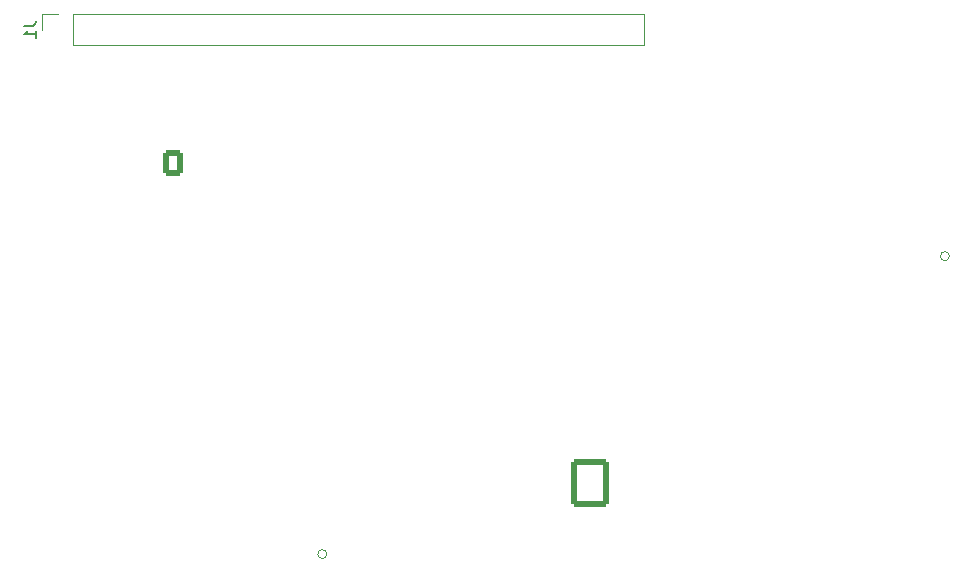
<source format=gbo>
%TF.GenerationSoftware,KiCad,Pcbnew,5.99.0-unknown-47cb7f53fd~143~ubuntu20.04.1*%
%TF.CreationDate,2021-11-23T21:24:53-08:00*%
%TF.ProjectId,acorn-odrive-interface,61636f72-6e2d-46f6-9472-6976652d696e,rev?*%
%TF.SameCoordinates,Original*%
%TF.FileFunction,Legend,Bot*%
%TF.FilePolarity,Positive*%
%FSLAX46Y46*%
G04 Gerber Fmt 4.6, Leading zero omitted, Abs format (unit mm)*
G04 Created by KiCad (PCBNEW 5.99.0-unknown-47cb7f53fd~143~ubuntu20.04.1) date 2021-11-23 21:24:53*
%MOMM*%
%LPD*%
G01*
G04 APERTURE LIST*
G04 Aperture macros list*
%AMRoundRect*
0 Rectangle with rounded corners*
0 $1 Rounding radius*
0 $2 $3 $4 $5 $6 $7 $8 $9 X,Y pos of 4 corners*
0 Add a 4 corners polygon primitive as box body*
4,1,4,$2,$3,$4,$5,$6,$7,$8,$9,$2,$3,0*
0 Add four circle primitives for the rounded corners*
1,1,$1+$1,$2,$3*
1,1,$1+$1,$4,$5*
1,1,$1+$1,$6,$7*
1,1,$1+$1,$8,$9*
0 Add four rect primitives between the rounded corners*
20,1,$1+$1,$2,$3,$4,$5,0*
20,1,$1+$1,$4,$5,$6,$7,0*
20,1,$1+$1,$6,$7,$8,$9,0*
20,1,$1+$1,$8,$9,$2,$3,0*%
G04 Aperture macros list end*
%ADD10C,0.150000*%
%ADD11C,0.120000*%
%ADD12C,3.200000*%
%ADD13RoundRect,0.250000X-0.845000X0.620000X-0.845000X-0.620000X0.845000X-0.620000X0.845000X0.620000X0*%
%ADD14O,2.190000X1.740000*%
%ADD15C,3.250000*%
%ADD16R,1.500000X1.500000*%
%ADD17C,1.500000*%
%ADD18C,2.300000*%
%ADD19RoundRect,0.250000X0.620000X0.845000X-0.620000X0.845000X-0.620000X-0.845000X0.620000X-0.845000X0*%
%ADD20O,1.740000X2.190000*%
%ADD21RoundRect,0.250000X-0.620000X-0.845000X0.620000X-0.845000X0.620000X0.845000X-0.620000X0.845000X0*%
%ADD22R,1.700000X1.700000*%
%ADD23O,1.700000X1.700000*%
%ADD24C,2.616200*%
%ADD25C,1.600200*%
%ADD26RoundRect,0.250000X0.845000X-0.620000X0.845000X0.620000X-0.845000X0.620000X-0.845000X-0.620000X0*%
%ADD27RoundRect,0.250000X-1.330000X-1.800000X1.330000X-1.800000X1.330000X1.800000X-1.330000X1.800000X0*%
%ADD28O,3.160000X4.100000*%
%ADD29R,2.500000X4.500000*%
%ADD30O,2.500000X4.500000*%
%ADD31C,6.500000*%
G04 APERTURE END LIST*
D10*
X93642380Y-92376666D02*
X94356666Y-92376666D01*
X94499523Y-92329047D01*
X94594761Y-92233809D01*
X94642380Y-92090952D01*
X94642380Y-91995714D01*
X94642380Y-93376666D02*
X94642380Y-92805238D01*
X94642380Y-93090952D02*
X93642380Y-93090952D01*
X93785238Y-92995714D01*
X93880476Y-92900476D01*
X93928095Y-92805238D01*
D11*
X119276200Y-137115700D02*
G75*
G03*
X119276200Y-137115700I-381000J0D01*
G01*
X171985800Y-111884300D02*
G75*
G03*
X171985800Y-111884300I-381000J0D01*
G01*
X95190000Y-91380000D02*
X95190000Y-92710000D01*
X146110000Y-91380000D02*
X146110000Y-94040000D01*
X97790000Y-94040000D02*
X146110000Y-94040000D01*
X97790000Y-91380000D02*
X146110000Y-91380000D01*
X97790000Y-91380000D02*
X97790000Y-94040000D01*
X96520000Y-91380000D02*
X95190000Y-91380000D01*
%LPC*%
D12*
X158750000Y-82550000D03*
D13*
X110490000Y-73025000D03*
D14*
X110490000Y-75565000D03*
X110490000Y-78105000D03*
D13*
X119380000Y-73025000D03*
D14*
X119380000Y-75565000D03*
X119380000Y-78105000D03*
D13*
X127340000Y-73025000D03*
D14*
X127340000Y-75565000D03*
X127340000Y-78105000D03*
D13*
X135090000Y-73025000D03*
D14*
X135090000Y-75565000D03*
X135090000Y-78105000D03*
D12*
X82550000Y-72390000D03*
X82550000Y-82550000D03*
X158750000Y-72390000D03*
D13*
X147980000Y-73000000D03*
D14*
X147980000Y-75540000D03*
D15*
X124540000Y-110346000D03*
X124540000Y-97646000D03*
D16*
X122000000Y-100436000D03*
D17*
X120220000Y-101452000D03*
X122000000Y-102468000D03*
X120220000Y-103484000D03*
X122000000Y-104500000D03*
X120220000Y-105516000D03*
X122000000Y-106532000D03*
X120220000Y-107548000D03*
X115400000Y-97136000D03*
X115400000Y-99426000D03*
X115400000Y-108566000D03*
X115400000Y-110856000D03*
D18*
X121110000Y-112126000D03*
X121110000Y-95866000D03*
D19*
X106270000Y-104000000D03*
D20*
X103730000Y-104000000D03*
D12*
X168910000Y-72390000D03*
X212090000Y-72390000D03*
X212090000Y-82550000D03*
X168910000Y-82550000D03*
D21*
X194310000Y-73914000D03*
D20*
X196850000Y-73914000D03*
X199390000Y-73914000D03*
X201930000Y-73914000D03*
X204470000Y-73914000D03*
D22*
X176530000Y-92710000D03*
D23*
X179070000Y-92710000D03*
X181610000Y-92710000D03*
X184150000Y-92710000D03*
X186690000Y-92710000D03*
X189230000Y-92710000D03*
X191770000Y-92710000D03*
X194310000Y-92710000D03*
X196850000Y-92710000D03*
X199390000Y-92710000D03*
X201930000Y-92710000D03*
X204470000Y-92710000D03*
D21*
X177800000Y-73914000D03*
D20*
X180340000Y-73914000D03*
X182880000Y-73914000D03*
X185420000Y-73914000D03*
X187960000Y-73914000D03*
D22*
X163750000Y-76000000D03*
D23*
X163750000Y-78540000D03*
D24*
X118895200Y-133356500D03*
X111275200Y-133356500D03*
X108735200Y-115576500D03*
D25*
X96035200Y-129546500D03*
X96035200Y-119386500D03*
D12*
X213500000Y-131750000D03*
D24*
X171604800Y-115643500D03*
X179224800Y-115643500D03*
X181764800Y-133423500D03*
D25*
X194464800Y-119453500D03*
X194464800Y-129613500D03*
D26*
X92020000Y-80080000D03*
D14*
X92020000Y-77540000D03*
X92020000Y-75000000D03*
X92020000Y-72460000D03*
X92020000Y-69920000D03*
D27*
X141540000Y-131105000D03*
D28*
X145500000Y-131105000D03*
X149460000Y-131105000D03*
D29*
X149550000Y-120820000D03*
D30*
X160450000Y-120820000D03*
D29*
X131050000Y-120820000D03*
D30*
X141950000Y-120820000D03*
D31*
X97750000Y-106210000D03*
D22*
X96520000Y-92710000D03*
D23*
X99060000Y-92710000D03*
X101600000Y-92710000D03*
X104140000Y-92710000D03*
X106680000Y-92710000D03*
X109220000Y-92710000D03*
X111760000Y-92710000D03*
X114300000Y-92710000D03*
X116840000Y-92710000D03*
X119380000Y-92710000D03*
X121920000Y-92710000D03*
X124460000Y-92710000D03*
X127000000Y-92710000D03*
X129540000Y-92710000D03*
X132080000Y-92710000D03*
X134620000Y-92710000D03*
X137160000Y-92710000D03*
X139700000Y-92710000D03*
X142240000Y-92710000D03*
X144780000Y-92710000D03*
M02*

</source>
